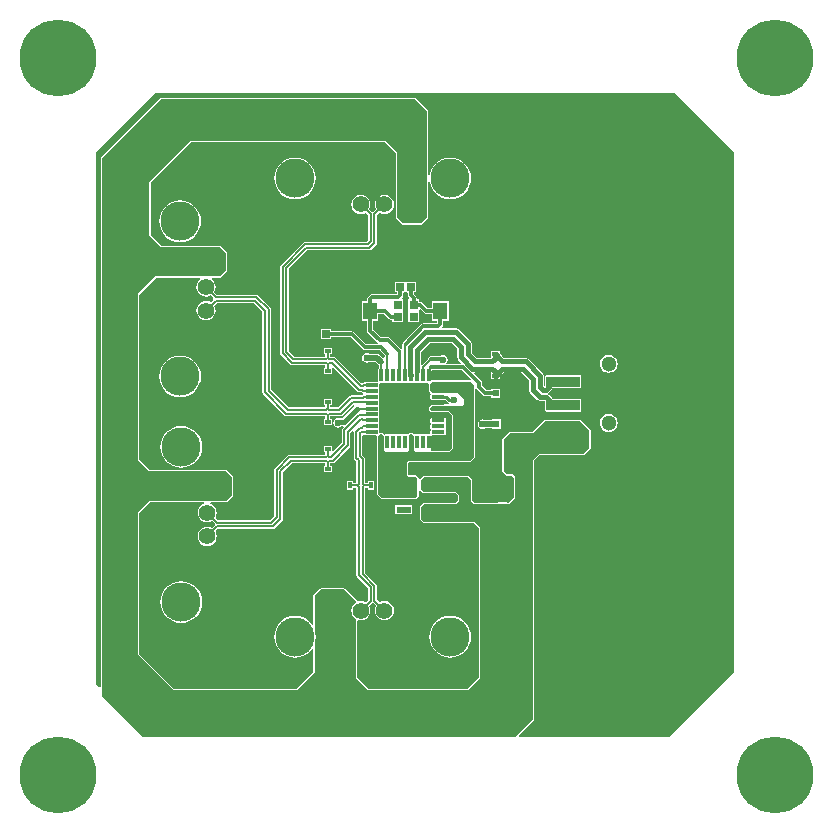
<source format=gtl>
G04*
G04 #@! TF.GenerationSoftware,Altium Limited,Altium Designer,20.2.3 (150)*
G04*
G04 Layer_Physical_Order=1*
G04 Layer_Color=255*
%FSLAX44Y44*%
%MOMM*%
G71*
G04*
G04 #@! TF.SameCoordinates,CE7551EE-2CAC-49A0-A575-A5F11EB50F32*
G04*
G04*
G04 #@! TF.FilePolarity,Positive*
G04*
G01*
G75*
%ADD10C,0.2000*%
%ADD11C,0.3000*%
%ADD14C,0.2540*%
%ADD15C,0.4000*%
%ADD18R,1.2100X0.5900*%
G04:AMPARAMS|DCode=19|XSize=0.9mm|YSize=2.8mm|CornerRadius=0.018mm|HoleSize=0mm|Usage=FLASHONLY|Rotation=90.000|XOffset=0mm|YOffset=0mm|HoleType=Round|Shape=RoundedRectangle|*
%AMROUNDEDRECTD19*
21,1,0.9000,2.7640,0,0,90.0*
21,1,0.8640,2.8000,0,0,90.0*
1,1,0.0360,1.3820,0.4320*
1,1,0.0360,1.3820,-0.4320*
1,1,0.0360,-1.3820,-0.4320*
1,1,0.0360,-1.3820,0.4320*
%
%ADD19ROUNDEDRECTD19*%
%ADD20R,5.0000X2.5000*%
G04:AMPARAMS|DCode=21|XSize=0.26mm|YSize=1.1mm|CornerRadius=0.0091mm|HoleSize=0mm|Usage=FLASHONLY|Rotation=0.000|XOffset=0mm|YOffset=0mm|HoleType=Round|Shape=RoundedRectangle|*
%AMROUNDEDRECTD21*
21,1,0.2600,1.0818,0,0,0.0*
21,1,0.2418,1.1000,0,0,0.0*
1,1,0.0182,0.1209,-0.5409*
1,1,0.0182,-0.1209,-0.5409*
1,1,0.0182,-0.1209,0.5409*
1,1,0.0182,0.1209,0.5409*
%
%ADD21ROUNDEDRECTD21*%
G04:AMPARAMS|DCode=22|XSize=0.26mm|YSize=1.1mm|CornerRadius=0.0091mm|HoleSize=0mm|Usage=FLASHONLY|Rotation=270.000|XOffset=0mm|YOffset=0mm|HoleType=Round|Shape=RoundedRectangle|*
%AMROUNDEDRECTD22*
21,1,0.2600,1.0818,0,0,270.0*
21,1,0.2418,1.1000,0,0,270.0*
1,1,0.0182,-0.5409,-0.1209*
1,1,0.0182,-0.5409,0.1209*
1,1,0.0182,0.5409,0.1209*
1,1,0.0182,0.5409,-0.1209*
%
%ADD22ROUNDEDRECTD22*%
%ADD23R,0.3000X0.5000*%
%ADD24R,0.7500X0.7000*%
%ADD25R,0.5400X0.6000*%
%ADD26R,0.5600X0.6300*%
%ADD27R,0.5400X0.6000*%
%ADD28R,0.6350X0.6350*%
%ADD29R,1.1600X1.4700*%
%ADD30R,0.6300X0.5600*%
%ADD31R,0.5000X0.3000*%
%ADD54R,3.7000X3.7000*%
%ADD55C,0.2500*%
%ADD56C,0.5000*%
%ADD57C,0.3810*%
%ADD58C,1.4080*%
%ADD59R,1.4080X1.4080*%
%ADD60C,3.3160*%
%ADD61C,1.3000*%
%ADD62R,1.4080X1.4080*%
%ADD63C,6.5000*%
%ADD64C,0.6000*%
G36*
X2200000Y960000D02*
Y520000D01*
X2145000Y465000D01*
X2018190D01*
X2017704Y466173D01*
X2030765Y479235D01*
X2031082Y480000D01*
Y699552D01*
X2035448Y703918D01*
X2072500D01*
X2073265Y704235D01*
X2073265Y704235D01*
X2078265Y709235D01*
X2078582Y710000D01*
Y725000D01*
X2078265Y725765D01*
X2078265Y725765D01*
X2070765Y733265D01*
X2070000Y733582D01*
X2040000D01*
X2039235Y733265D01*
X2039235Y733265D01*
X2029552Y723582D01*
X2010000D01*
X2010000Y723582D01*
X2009235Y723265D01*
X2004235Y718265D01*
X2003918Y717500D01*
Y690000D01*
X2003918Y690000D01*
X2004235Y689235D01*
X2006735Y686735D01*
X2007500Y686418D01*
X2012052D01*
X2013918Y684552D01*
Y667948D01*
X2009552Y663582D01*
X2008120D01*
Y663800D01*
X1999820D01*
Y663582D01*
X1980448D01*
X1978582Y665448D01*
Y682500D01*
X1978582Y682500D01*
X1978265Y683265D01*
X1975765Y685765D01*
X1975000Y686082D01*
X1937500D01*
X1937500Y686082D01*
X1936735Y685765D01*
X1934352Y683383D01*
X1933804Y683455D01*
X1933082Y683773D01*
Y684000D01*
X1932765Y684765D01*
X1932765Y684765D01*
X1931265Y686265D01*
X1930500Y686582D01*
X1924948D01*
X1924082Y687448D01*
Y697052D01*
X1924948Y697918D01*
X1976500D01*
X1977265Y698235D01*
X1980765Y701735D01*
X1981082Y702500D01*
X1981082Y759353D01*
X1982352Y759714D01*
X1982698Y759198D01*
X1987698Y754198D01*
X1988524Y753645D01*
X1989500Y753451D01*
X1994660D01*
Y752000D01*
X2002060D01*
Y760000D01*
X1994660D01*
Y758549D01*
X1990556D01*
X1987049Y762056D01*
Y764465D01*
X1986855Y765441D01*
X1986302Y766268D01*
X1979880Y772690D01*
X1980366Y773863D01*
X1987750D01*
X1987750Y773863D01*
X1993978D01*
X1994475Y773366D01*
Y771405D01*
X1994500Y771279D01*
Y768500D01*
X1996355D01*
X1996708Y768264D01*
X1997842Y768038D01*
X1998190D01*
X1999323Y768264D01*
X1999677Y768500D01*
X2001500D01*
Y770121D01*
X2005067Y773688D01*
X2019920D01*
X2026473Y767135D01*
Y758777D01*
X2026698Y757643D01*
X2027341Y756682D01*
X2033292Y750731D01*
X2034253Y750089D01*
X2035387Y749863D01*
X2039946D01*
X2040403Y749407D01*
Y741680D01*
X2040777Y740777D01*
X2041680Y740403D01*
X2069320D01*
X2070223Y740777D01*
X2070597Y741680D01*
Y750320D01*
X2070223Y751223D01*
X2069320Y751597D01*
X2046167D01*
X2046142Y751727D01*
X2045499Y752688D01*
X2043268Y754919D01*
X2042706Y755294D01*
X2042675Y755385D01*
Y756616D01*
X2042706Y756706D01*
X2043268Y757081D01*
X2045499Y759313D01*
X2046142Y760273D01*
X2046167Y760403D01*
X2069320D01*
X2070223Y760777D01*
X2070597Y761680D01*
Y770320D01*
X2070223Y771223D01*
X2069320Y771597D01*
X2041680D01*
X2040777Y771223D01*
X2040403Y770320D01*
Y762593D01*
X2039946Y762137D01*
X2039244D01*
X2038747Y762634D01*
Y770992D01*
X2038522Y772126D01*
X2037879Y773087D01*
X2025872Y785094D01*
X2024911Y785736D01*
X2023777Y785962D01*
X2005227D01*
X2003783Y787406D01*
X2003400Y787979D01*
X2001500Y789879D01*
Y791500D01*
X1999677D01*
X1999323Y791737D01*
X1998190Y791962D01*
X1997842D01*
X1996708Y791737D01*
X1996355Y791500D01*
X1994500D01*
Y788721D01*
X1994475Y788595D01*
Y786634D01*
X1993978Y786137D01*
X1990380D01*
X1990380Y786137D01*
X1982227D01*
X1977962Y790402D01*
Y797980D01*
X1977737Y799114D01*
X1977094Y800075D01*
X1966725Y810444D01*
X1965764Y811087D01*
X1964630Y811312D01*
X1953564D01*
X1953078Y812485D01*
X1953302Y812710D01*
X1953855Y813537D01*
X1954049Y814512D01*
Y817650D01*
X1958300D01*
Y834350D01*
X1944700D01*
Y828549D01*
X1940556D01*
X1936302Y832802D01*
X1935475Y833355D01*
X1934500Y833549D01*
X1933500D01*
Y835500D01*
X1931299D01*
Y836750D01*
X1931105Y837726D01*
X1930552Y838552D01*
X1928994Y840111D01*
Y842075D01*
X1930620D01*
Y850425D01*
X1923000D01*
X1922270Y850425D01*
X1921000Y850425D01*
X1913380D01*
Y842075D01*
X1915006D01*
Y840327D01*
X1914742Y840063D01*
X1893757D01*
X1892782Y839869D01*
X1891955Y839316D01*
X1890198Y837559D01*
X1889645Y836732D01*
X1889451Y835757D01*
Y834350D01*
X1885200D01*
Y817650D01*
X1889451D01*
Y808875D01*
X1889645Y807900D01*
X1890198Y807073D01*
X1898073Y799198D01*
X1898639Y798819D01*
X1898396Y797549D01*
X1888556D01*
X1878302Y807802D01*
X1877475Y808355D01*
X1876500Y808549D01*
X1858675D01*
Y810175D01*
X1850325D01*
Y801825D01*
X1858675D01*
Y803451D01*
X1875444D01*
X1885698Y793198D01*
X1886525Y792645D01*
X1887500Y792451D01*
X1899944D01*
X1904341Y788054D01*
Y786502D01*
X1903071Y785976D01*
X1900523Y788523D01*
X1899366Y789297D01*
X1898000Y789569D01*
X1890859D01*
X1890561Y789768D01*
X1889000Y790078D01*
X1887439Y789768D01*
X1886116Y788884D01*
X1885232Y787561D01*
X1884922Y786000D01*
X1885232Y784439D01*
X1886116Y783116D01*
X1887439Y782232D01*
X1889000Y781922D01*
X1890561Y782232D01*
X1890859Y782431D01*
X1896522D01*
X1898857Y780097D01*
X1899341Y779773D01*
Y777556D01*
X1899336Y777554D01*
X1898990Y776719D01*
Y766723D01*
X1898720Y765820D01*
X1897817Y765550D01*
X1887821D01*
X1886986Y765204D01*
X1886918Y765039D01*
X1886317D01*
X1886317Y765039D01*
X1885537Y764884D01*
X1884875Y764442D01*
X1883848Y765167D01*
X1862448Y786567D01*
X1861786Y787009D01*
X1861006Y787164D01*
X1858039D01*
Y789500D01*
X1859500D01*
Y794500D01*
X1852500D01*
Y789500D01*
X1853961D01*
Y787164D01*
X1841779D01*
X1841779Y787164D01*
X1827845D01*
X1823039Y791970D01*
Y861155D01*
X1838845Y876961D01*
X1891346D01*
X1892126Y877116D01*
X1892788Y877558D01*
X1897067Y881837D01*
X1897067Y881837D01*
X1897509Y882498D01*
X1897664Y883279D01*
X1897664Y883279D01*
Y906780D01*
X1899898Y909014D01*
X1899945Y908977D01*
X1901901Y908167D01*
X1904000Y907891D01*
X1906099Y908167D01*
X1908055Y908977D01*
X1909734Y910266D01*
X1911023Y911945D01*
X1911833Y913901D01*
X1912109Y916000D01*
X1911833Y918099D01*
X1911023Y920055D01*
X1909734Y921734D01*
X1908055Y923023D01*
X1906099Y923833D01*
X1904000Y924109D01*
X1901901Y923833D01*
X1899945Y923023D01*
X1898266Y921734D01*
X1896977Y920055D01*
X1896167Y918099D01*
X1895891Y916000D01*
X1896167Y913901D01*
X1896977Y911945D01*
X1897014Y911898D01*
X1894879Y909763D01*
X1894792Y909706D01*
X1893208D01*
X1893121Y909763D01*
X1890986Y911898D01*
X1891023Y911945D01*
X1891833Y913901D01*
X1892109Y916000D01*
X1891833Y918099D01*
X1891023Y920055D01*
X1889734Y921734D01*
X1888055Y923023D01*
X1886099Y923833D01*
X1884000Y924109D01*
X1881901Y923833D01*
X1879945Y923023D01*
X1878266Y921734D01*
X1876977Y920055D01*
X1876167Y918099D01*
X1875891Y916000D01*
X1876167Y913901D01*
X1876977Y911945D01*
X1878266Y910266D01*
X1879945Y908977D01*
X1881901Y908167D01*
X1884000Y907891D01*
X1886099Y908167D01*
X1888055Y908977D01*
X1888102Y909014D01*
X1890336Y906780D01*
Y885470D01*
X1889155Y884289D01*
X1836654D01*
X1836654Y884289D01*
X1835873Y884134D01*
X1835212Y883692D01*
X1816308Y864788D01*
X1815866Y864127D01*
X1815711Y863346D01*
Y789779D01*
X1815866Y788998D01*
X1816308Y788337D01*
X1824212Y780433D01*
X1824212Y780433D01*
X1824874Y779991D01*
X1825654Y779836D01*
X1843125D01*
X1843125Y779836D01*
X1853961D01*
Y777500D01*
X1852500D01*
Y772500D01*
X1859500D01*
Y777355D01*
X1860501Y778150D01*
X1881058Y757593D01*
X1881058Y757593D01*
X1881720Y757151D01*
X1882500Y756996D01*
X1882500Y756996D01*
X1884757D01*
X1884875Y756878D01*
X1884875Y756878D01*
X1885537Y756436D01*
X1886317Y756281D01*
X1886317Y756280D01*
Y755040D01*
X1886317Y755039D01*
X1885537Y754884D01*
X1884875Y754442D01*
X1884875Y754442D01*
X1884757Y754324D01*
X1876160D01*
X1875379Y754169D01*
X1874718Y753727D01*
X1874718Y753727D01*
X1865155Y744164D01*
X1858039D01*
Y746500D01*
X1859500D01*
Y751500D01*
X1852500D01*
Y746500D01*
X1853961D01*
Y744164D01*
X1839279D01*
X1839279Y744164D01*
X1822845D01*
X1808039Y758970D01*
Y827346D01*
X1808039Y827346D01*
X1807884Y828127D01*
X1807442Y828788D01*
X1807442Y828788D01*
X1797163Y839067D01*
X1796501Y839509D01*
X1795721Y839664D01*
X1762220D01*
X1759986Y841898D01*
X1760023Y841945D01*
X1760833Y843901D01*
X1761109Y846000D01*
X1760833Y848099D01*
X1760023Y850055D01*
X1758734Y851734D01*
X1757544Y852648D01*
X1757975Y853918D01*
X1765000D01*
X1765000Y853918D01*
X1765765Y854235D01*
X1770765Y859235D01*
X1771082Y860000D01*
Y875000D01*
X1771082Y875000D01*
X1770765Y875765D01*
X1765765Y880765D01*
X1765000Y881082D01*
X1715448D01*
X1706082Y890448D01*
Y934552D01*
X1740448Y968918D01*
X1904552D01*
X1913918Y959552D01*
Y905000D01*
X1913918Y905000D01*
X1914235Y904235D01*
X1919235Y899235D01*
X1920000Y898918D01*
X1935000D01*
X1935765Y899235D01*
X1935765Y899235D01*
X1940765Y904235D01*
X1941082Y905000D01*
Y934714D01*
X1942352Y934777D01*
X1942374Y934554D01*
X1943380Y931240D01*
X1945012Y928186D01*
X1947209Y925509D01*
X1949886Y923312D01*
X1952940Y921680D01*
X1956254Y920674D01*
X1959700Y920335D01*
X1963146Y920674D01*
X1966460Y921680D01*
X1969514Y923312D01*
X1972191Y925509D01*
X1974388Y928186D01*
X1976020Y931240D01*
X1977026Y934554D01*
X1977365Y938000D01*
X1977026Y941446D01*
X1976020Y944760D01*
X1974388Y947814D01*
X1972191Y950491D01*
X1969514Y952688D01*
X1966460Y954320D01*
X1963146Y955326D01*
X1959700Y955665D01*
X1956254Y955326D01*
X1952940Y954320D01*
X1949886Y952688D01*
X1947209Y950491D01*
X1945012Y947814D01*
X1943380Y944760D01*
X1942374Y941446D01*
X1942352Y941224D01*
X1941082Y941286D01*
Y995000D01*
X1940765Y995765D01*
X1940765Y995765D01*
X1930765Y1005765D01*
X1930000Y1006082D01*
X1715000D01*
X1714235Y1005765D01*
X1664235Y955765D01*
X1663918Y955000D01*
Y507742D01*
X1662744Y507256D01*
X1660000Y510000D01*
Y960000D01*
X1710000Y1010000D01*
X2150000D01*
X2200000Y960000D01*
D02*
G37*
G36*
X1940000Y995000D02*
Y905000D01*
X1935000Y900000D01*
X1920000D01*
X1915000Y905000D01*
Y960000D01*
X1905000Y970000D01*
X1740000D01*
X1705000Y935000D01*
Y890000D01*
X1715000Y880000D01*
X1765000D01*
X1770000Y875000D01*
Y860000D01*
X1765000Y855000D01*
X1710000D01*
X1695000Y840000D01*
Y700000D01*
X1705000Y690000D01*
X1770000D01*
X1775000Y685000D01*
Y670000D01*
X1770000Y665000D01*
X1705000D01*
X1695000Y655000D01*
Y535000D01*
X1725000Y505000D01*
X1830000D01*
X1845000Y520000D01*
Y544491D01*
X1845626Y546554D01*
X1845965Y550000D01*
X1845626Y553446D01*
X1845000Y555509D01*
Y585000D01*
X1850000Y590000D01*
X1870000D01*
X1879781Y580219D01*
X1879796Y580113D01*
X1879717Y578847D01*
X1878266Y577734D01*
X1876977Y576055D01*
X1876167Y574099D01*
X1875891Y572000D01*
X1876167Y569901D01*
X1876977Y567945D01*
X1878266Y566266D01*
X1879945Y564977D01*
X1880000Y564954D01*
Y515000D01*
X1890000Y505000D01*
X1975000D01*
X1985000Y515000D01*
Y642500D01*
X1980000Y647500D01*
X1937500D01*
X1935000Y650000D01*
Y660000D01*
X1937500Y662500D01*
X1965000D01*
X1967500Y665000D01*
Y670000D01*
X1965000Y672500D01*
X1937500D01*
X1935000Y675000D01*
Y682500D01*
X1935000D01*
X1937500Y685000D01*
X1975000D01*
X1977500Y682500D01*
Y665000D01*
X1980000Y662500D01*
X2010000D01*
X2015000Y667500D01*
Y685000D01*
X2012500Y687500D01*
X2007500D01*
X2005000Y690000D01*
Y717500D01*
X2010000Y722500D01*
X2030000D01*
X2040000Y732500D01*
X2070000D01*
X2077500Y725000D01*
Y710000D01*
X2072500Y705000D01*
X2035000D01*
X2030000Y700000D01*
Y480000D01*
X2015000Y465000D01*
X1700000D01*
X1665000Y500000D01*
Y955000D01*
X1715000Y1005000D01*
X1930000D01*
X1940000Y995000D01*
D02*
G37*
G36*
X1923896Y841177D02*
Y839055D01*
X1924090Y838080D01*
X1924643Y837253D01*
X1925125Y836770D01*
X1924599Y835500D01*
X1924000D01*
Y826770D01*
X1924000Y826500D01*
Y825500D01*
X1924000Y825230D01*
Y816500D01*
X1933500D01*
Y825230D01*
X1933500Y825500D01*
Y826500D01*
X1933500Y826736D01*
X1934673Y827222D01*
X1937698Y824198D01*
X1938524Y823645D01*
X1939500Y823451D01*
X1944700D01*
Y817650D01*
X1948951D01*
Y815568D01*
X1948687Y815304D01*
X1936545D01*
X1935570Y815110D01*
X1934743Y814557D01*
X1920093Y799907D01*
X1919540Y799080D01*
X1919346Y798105D01*
X1919395Y797861D01*
X1919341Y797590D01*
Y793975D01*
X1918538Y793592D01*
X1918071Y793534D01*
X1908802Y802802D01*
X1907975Y803355D01*
X1907000Y803549D01*
X1900931D01*
X1894549Y809931D01*
Y817650D01*
X1898800D01*
Y823451D01*
X1903444D01*
X1907698Y819198D01*
X1908524Y818645D01*
X1909500Y818451D01*
X1910500D01*
Y816500D01*
X1920000D01*
Y825500D01*
X1920000D01*
Y826500D01*
X1920000D01*
Y835500D01*
X1919185D01*
X1918658Y836770D01*
X1919357Y837469D01*
X1919910Y838296D01*
X1920104Y839271D01*
Y841177D01*
X1921002Y842075D01*
X1921730D01*
X1922998Y842075D01*
X1923896Y841177D01*
D02*
G37*
G36*
X1748456Y852648D02*
X1747266Y851734D01*
X1745977Y850055D01*
X1745167Y848099D01*
X1744891Y846000D01*
X1745167Y843901D01*
X1745977Y841945D01*
X1747266Y840266D01*
X1748945Y838977D01*
X1750901Y838167D01*
X1753000Y837891D01*
X1755099Y838167D01*
X1757055Y838977D01*
X1757102Y839014D01*
X1759237Y836879D01*
X1759294Y836792D01*
Y835208D01*
X1759237Y835121D01*
X1757102Y832986D01*
X1757055Y833023D01*
X1755099Y833833D01*
X1753000Y834109D01*
X1750901Y833833D01*
X1748945Y833023D01*
X1747266Y831734D01*
X1745977Y830055D01*
X1745167Y828099D01*
X1744891Y826000D01*
X1745167Y823901D01*
X1745977Y821945D01*
X1747266Y820266D01*
X1748945Y818977D01*
X1750901Y818167D01*
X1753000Y817891D01*
X1755099Y818167D01*
X1757055Y818977D01*
X1758734Y820266D01*
X1760023Y821945D01*
X1760833Y823901D01*
X1761109Y826000D01*
X1760833Y828099D01*
X1760023Y830055D01*
X1759986Y830102D01*
X1762220Y832336D01*
X1793530D01*
X1800711Y825155D01*
Y756779D01*
X1800866Y755998D01*
X1801308Y755337D01*
X1819212Y737433D01*
X1819212Y737433D01*
X1819873Y736991D01*
X1820654Y736836D01*
X1840625D01*
X1840625Y736836D01*
X1853961D01*
Y734500D01*
X1852500D01*
Y729500D01*
X1859500D01*
Y734500D01*
X1858039D01*
Y736836D01*
X1867346D01*
X1868126Y736991D01*
X1868788Y737433D01*
X1878002Y746647D01*
X1878561Y746559D01*
X1878868Y745689D01*
X1878896Y745221D01*
X1868498Y734824D01*
X1866278D01*
X1865000Y735078D01*
X1863439Y734768D01*
X1862116Y733884D01*
X1861232Y732561D01*
X1860922Y731000D01*
X1861232Y729439D01*
X1862116Y728116D01*
X1863439Y727232D01*
X1865000Y726922D01*
X1866561Y727232D01*
X1867884Y728116D01*
X1868175Y728552D01*
X1869346Y728517D01*
X1869845Y727414D01*
X1868517Y726087D01*
X1868075Y725425D01*
X1867920Y724645D01*
Y714100D01*
X1860770Y706951D01*
X1859500Y707477D01*
Y711500D01*
X1852500D01*
Y706500D01*
X1853961D01*
Y704164D01*
X1840779D01*
X1840779Y704164D01*
X1823654D01*
X1822873Y704009D01*
X1822212Y703567D01*
X1822212Y703567D01*
X1811308Y692663D01*
X1810866Y692002D01*
X1810711Y691221D01*
Y651845D01*
X1807530Y648664D01*
X1763220D01*
X1760986Y650898D01*
X1761023Y650945D01*
X1761833Y652901D01*
X1762109Y655000D01*
X1761833Y657099D01*
X1761023Y659055D01*
X1759734Y660734D01*
X1758055Y662023D01*
X1756547Y662648D01*
X1756799Y663918D01*
X1770000D01*
X1770765Y664235D01*
X1770765Y664235D01*
X1775765Y669235D01*
X1776082Y670000D01*
Y685000D01*
X1776082Y685000D01*
X1775765Y685765D01*
X1770765Y690765D01*
X1770000Y691082D01*
X1705448D01*
X1696082Y700448D01*
Y839552D01*
X1710448Y853918D01*
X1748025D01*
X1748456Y852648D01*
D02*
G37*
G36*
X1965688Y794123D02*
Y786545D01*
X1965914Y785411D01*
X1966556Y784451D01*
X1969284Y781722D01*
X1968798Y780549D01*
X1957036D01*
X1956701Y781138D01*
X1956516Y781819D01*
X1957291Y782979D01*
X1957601Y784540D01*
X1957291Y786101D01*
X1956407Y787424D01*
X1955084Y788308D01*
X1953523Y788618D01*
X1951962Y788308D01*
X1950826Y787549D01*
X1943317D01*
X1942342Y787355D01*
X1941515Y786802D01*
X1940962Y785975D01*
X1940851Y785418D01*
X1935867Y780434D01*
X1934597Y780960D01*
Y791408D01*
X1942227Y799038D01*
X1960773D01*
X1965688Y794123D01*
D02*
G37*
G36*
X1977008Y768353D02*
X1976482Y767083D01*
X1945040Y767082D01*
X1944985Y767087D01*
X1944160Y767511D01*
X1943770Y767950D01*
Y775016D01*
X1944205Y775451D01*
X1969909D01*
X1977008Y768353D01*
D02*
G37*
G36*
X1940171Y764720D02*
X1940842D01*
X1941917Y764005D01*
X1941917Y764005D01*
X1941918Y757999D01*
X1942235Y757234D01*
X1942235Y757234D01*
X1942235Y757234D01*
X1943006Y756463D01*
X1943286Y755204D01*
X1942940Y754369D01*
Y751951D01*
X1943286Y751116D01*
X1944121Y750770D01*
X1954939D01*
X1955035Y750810D01*
X1957467Y748378D01*
X1958212Y747881D01*
X1958357Y747852D01*
X1958228Y746582D01*
X1944000D01*
X1943235Y746265D01*
X1943235Y746265D01*
X1941735Y744765D01*
X1941418Y744000D01*
Y742500D01*
X1941735Y741735D01*
X1941735Y741735D01*
X1943235Y740235D01*
X1944000Y739918D01*
X1958552D01*
X1960918Y737552D01*
X1960918Y709948D01*
X1958552Y707582D01*
X1943885Y707582D01*
X1943424Y708766D01*
X1943770Y709601D01*
Y719597D01*
X1944040Y720500D01*
X1944943Y720770D01*
X1954939D01*
X1955774Y721116D01*
X1956120Y721951D01*
Y724369D01*
X1955774Y725204D01*
Y726116D01*
X1955938Y726511D01*
X1956120Y726951D01*
Y729369D01*
X1955774Y730204D01*
Y731116D01*
X1955938Y731511D01*
X1956120Y731951D01*
Y734369D01*
X1955774Y735204D01*
X1954939Y735550D01*
X1944121D01*
X1943286Y735204D01*
X1942940Y734369D01*
Y731951D01*
X1943286Y731116D01*
Y730204D01*
X1943122Y729809D01*
X1942940Y729369D01*
Y726951D01*
X1943286Y726116D01*
Y725204D01*
X1943122Y724809D01*
X1942940Y724369D01*
Y722773D01*
X1942670Y721870D01*
X1941767Y721600D01*
X1940171D01*
X1939336Y721254D01*
X1938424D01*
X1938029Y721418D01*
X1937589Y721600D01*
X1935171D01*
X1934336Y721254D01*
X1933424D01*
X1933029Y721418D01*
X1932589Y721600D01*
X1930171D01*
X1929336Y721254D01*
X1929287Y721244D01*
X1928265Y722265D01*
X1927500Y722582D01*
X1926000D01*
X1925235Y722265D01*
X1925235Y722265D01*
X1924630Y721661D01*
X1923424Y721254D01*
X1922589Y721600D01*
X1920171D01*
X1919336Y721254D01*
X1918424D01*
X1918029Y721418D01*
X1917589Y721600D01*
X1915171D01*
X1914336Y721254D01*
X1913424D01*
X1913029Y721418D01*
X1912589Y721600D01*
X1910171D01*
X1909336Y721254D01*
X1908424D01*
X1908029Y721418D01*
X1907589Y721600D01*
X1905171D01*
X1904336Y721254D01*
X1903869Y721161D01*
X1902765Y722265D01*
X1902000Y722582D01*
X1900500D01*
X1899820Y723037D01*
Y724369D01*
X1899474Y725204D01*
Y726116D01*
X1899474Y726116D01*
X1899820Y726951D01*
Y729369D01*
X1899474Y730204D01*
Y731116D01*
X1899638Y731511D01*
X1899820Y731951D01*
Y734369D01*
X1899474Y735204D01*
Y736116D01*
X1899474Y736116D01*
X1899820Y736951D01*
Y739369D01*
X1899474Y740204D01*
Y741116D01*
X1899638Y741511D01*
X1899820Y741951D01*
Y744369D01*
X1899474Y745204D01*
Y746116D01*
X1899638Y746511D01*
X1899820Y746951D01*
Y749369D01*
X1899474Y750204D01*
Y751116D01*
X1899474Y751116D01*
X1899820Y751951D01*
Y754369D01*
X1899474Y755204D01*
Y756116D01*
X1899638Y756511D01*
X1899820Y756951D01*
Y759369D01*
X1899474Y760204D01*
Y761116D01*
X1899474Y761116D01*
X1899820Y761951D01*
Y763547D01*
X1900090Y764450D01*
X1900993Y764720D01*
X1902589D01*
X1903424Y765066D01*
X1904336D01*
X1904336Y765066D01*
X1905171Y764720D01*
X1907589D01*
X1908424Y765066D01*
X1909336D01*
X1909731Y764902D01*
X1910171Y764720D01*
X1912589D01*
X1913424Y765066D01*
X1914336D01*
X1914731Y764902D01*
X1915171Y764720D01*
X1917589D01*
X1918424Y765066D01*
X1919336D01*
X1919731Y764902D01*
X1920171Y764720D01*
X1922589D01*
X1923424Y765066D01*
X1924336D01*
X1924336Y765066D01*
X1925171Y764720D01*
X1927589D01*
X1928424Y765066D01*
X1929336D01*
X1929336Y765066D01*
X1930171Y764720D01*
X1932589D01*
X1933424Y765066D01*
X1934336D01*
X1934336Y765066D01*
X1935171Y764720D01*
X1937589D01*
X1938424Y765066D01*
X1939336D01*
X1939336Y765066D01*
X1940171Y764720D01*
D02*
G37*
G36*
X1980000Y763500D02*
X1980000Y702500D01*
X1976500Y699000D01*
X1924500D01*
X1923000Y697500D01*
Y687000D01*
X1924500Y685500D01*
X1930500D01*
X1932000Y684000D01*
Y669000D01*
X1930500Y667500D01*
X1902000D01*
X1899000Y670500D01*
Y720000D01*
X1900500Y721500D01*
X1902000D01*
X1903500Y720000D01*
Y708000D01*
X1905000Y706500D01*
X1923000D01*
X1924500Y708000D01*
Y720000D01*
X1926000Y721500D01*
X1927500D01*
X1928990Y720010D01*
Y709601D01*
X1929000Y709577D01*
Y708000D01*
X1930500Y706500D01*
X1959000Y706500D01*
X1962000Y709500D01*
X1962000Y738000D01*
X1959000Y741000D01*
X1944000D01*
X1942500Y742500D01*
Y744000D01*
X1944000Y745500D01*
X1969500D01*
X1971000Y747000D01*
Y751500D01*
X1966500Y756000D01*
X1945000Y756000D01*
X1943000Y758000D01*
X1943000Y764005D01*
X1944994Y766000D01*
X1977500Y766000D01*
X1980000Y763500D01*
D02*
G37*
G36*
X1877275Y723847D02*
X1877993Y723403D01*
Y701628D01*
X1878148Y700847D01*
X1878590Y700186D01*
X1880336Y698440D01*
Y680039D01*
X1877500D01*
Y681500D01*
X1872500D01*
Y674500D01*
X1877500D01*
Y675961D01*
X1880336D01*
Y601875D01*
X1880491Y601095D01*
X1880933Y600433D01*
X1890336Y591030D01*
Y581220D01*
X1888102Y578986D01*
X1888055Y579023D01*
X1886099Y579833D01*
X1884000Y580109D01*
X1882137Y579864D01*
X1881929Y579894D01*
X1881918Y579897D01*
X1881473Y580051D01*
X1880853Y580366D01*
X1880694Y580639D01*
X1880666Y580696D01*
X1880547Y580984D01*
X1870765Y590765D01*
X1870000Y591082D01*
X1850000D01*
X1849235Y590765D01*
X1849235Y590765D01*
X1844235Y585765D01*
X1843918Y585000D01*
Y560683D01*
X1842648Y560229D01*
X1840791Y562491D01*
X1838114Y564688D01*
X1835060Y566320D01*
X1831746Y567326D01*
X1828300Y567665D01*
X1824854Y567326D01*
X1821540Y566320D01*
X1818486Y564688D01*
X1815809Y562491D01*
X1813612Y559814D01*
X1811980Y556760D01*
X1810974Y553446D01*
X1810635Y550000D01*
X1810974Y546554D01*
X1811980Y543240D01*
X1813612Y540186D01*
X1815809Y537509D01*
X1818486Y535312D01*
X1821540Y533680D01*
X1824854Y532674D01*
X1828300Y532335D01*
X1831746Y532674D01*
X1835060Y533680D01*
X1838114Y535312D01*
X1840791Y537509D01*
X1842648Y539771D01*
X1843918Y539317D01*
Y520448D01*
X1829552Y506082D01*
X1725448D01*
X1696082Y535448D01*
Y654552D01*
X1705448Y663918D01*
X1751201D01*
X1751453Y662648D01*
X1749945Y662023D01*
X1748266Y660734D01*
X1746977Y659055D01*
X1746167Y657099D01*
X1745891Y655000D01*
X1746167Y652901D01*
X1746977Y650945D01*
X1748266Y649266D01*
X1749945Y647977D01*
X1751901Y647167D01*
X1754000Y646891D01*
X1756099Y647167D01*
X1758055Y647977D01*
X1758102Y648014D01*
X1760237Y645879D01*
X1760294Y645792D01*
Y644208D01*
X1760237Y644121D01*
X1758102Y641986D01*
X1758055Y642023D01*
X1756099Y642833D01*
X1754000Y643109D01*
X1751901Y642833D01*
X1749945Y642023D01*
X1748266Y640734D01*
X1746977Y639055D01*
X1746167Y637099D01*
X1745891Y635000D01*
X1746167Y632901D01*
X1746977Y630945D01*
X1748266Y629266D01*
X1749945Y627977D01*
X1751901Y627167D01*
X1754000Y626891D01*
X1756099Y627167D01*
X1758055Y627977D01*
X1759734Y629266D01*
X1761023Y630945D01*
X1761833Y632901D01*
X1762109Y635000D01*
X1761833Y637099D01*
X1761023Y639055D01*
X1760986Y639102D01*
X1763220Y641336D01*
X1809721D01*
X1810502Y641491D01*
X1811163Y641933D01*
X1817442Y648212D01*
X1817442Y648212D01*
X1817884Y648874D01*
X1818039Y649654D01*
X1818039Y649654D01*
Y689030D01*
X1825845Y696836D01*
X1842125D01*
X1842125Y696836D01*
X1853961D01*
Y694500D01*
X1852500D01*
Y689500D01*
X1859500D01*
Y694500D01*
X1858039D01*
Y696836D01*
X1860175D01*
X1860955Y696991D01*
X1861617Y697433D01*
X1874651Y710467D01*
X1875093Y711129D01*
X1875248Y711909D01*
Y722454D01*
X1876748Y723954D01*
X1877275Y723847D01*
D02*
G37*
G36*
X1887821Y720770D02*
X1896862D01*
X1897918Y720000D01*
Y670500D01*
X1897917Y670500D01*
X1898235Y669735D01*
X1898235Y669735D01*
X1901235Y666735D01*
X1902000Y666418D01*
X1930500D01*
X1931265Y666735D01*
X1931265Y666735D01*
X1932765Y668235D01*
X1933082Y669000D01*
Y673727D01*
X1933803Y674045D01*
X1934352Y674117D01*
X1936735Y671735D01*
X1937500Y671418D01*
X1964552D01*
X1966418Y669552D01*
Y665448D01*
X1964552Y663582D01*
X1937500D01*
X1936735Y663265D01*
X1936735Y663265D01*
X1934235Y660765D01*
X1933918Y660000D01*
Y650000D01*
X1933918Y650000D01*
X1934235Y649235D01*
X1936735Y646735D01*
X1937500Y646418D01*
X1979552D01*
X1983918Y642052D01*
Y515448D01*
X1974552Y506082D01*
X1890448D01*
X1881082Y515448D01*
Y563285D01*
X1882352Y564108D01*
X1884000Y563891D01*
X1886099Y564167D01*
X1888055Y564977D01*
X1889734Y566266D01*
X1891023Y567945D01*
X1891833Y569901D01*
X1892109Y572000D01*
X1891833Y574099D01*
X1891023Y576055D01*
X1890986Y576102D01*
X1893121Y578237D01*
X1894000Y578813D01*
X1894879Y578237D01*
X1897014Y576102D01*
X1896977Y576055D01*
X1896167Y574099D01*
X1895891Y572000D01*
X1896167Y569901D01*
X1896977Y567945D01*
X1898266Y566266D01*
X1899945Y564977D01*
X1901901Y564167D01*
X1904000Y563891D01*
X1906099Y564167D01*
X1908055Y564977D01*
X1909734Y566266D01*
X1911023Y567945D01*
X1911833Y569901D01*
X1912109Y572000D01*
X1911833Y574099D01*
X1911023Y576055D01*
X1909734Y577734D01*
X1908055Y579023D01*
X1906099Y579833D01*
X1904000Y580109D01*
X1901901Y579833D01*
X1899945Y579023D01*
X1899898Y578986D01*
X1897664Y581220D01*
Y593221D01*
X1897509Y594002D01*
X1897067Y594663D01*
X1897067Y594663D01*
X1887664Y604066D01*
Y675961D01*
X1890500D01*
Y674500D01*
X1895500D01*
Y681500D01*
X1890500D01*
Y680039D01*
X1887664D01*
Y700631D01*
X1887664Y700631D01*
X1887509Y701411D01*
X1887067Y702073D01*
X1885321Y703819D01*
Y720184D01*
X1885786Y720695D01*
X1886986Y721116D01*
X1887821Y720770D01*
D02*
G37*
%LPC*%
G36*
X1828300Y955665D02*
X1824854Y955326D01*
X1821540Y954320D01*
X1818486Y952688D01*
X1815809Y950491D01*
X1813612Y947814D01*
X1811980Y944760D01*
X1810974Y941446D01*
X1810635Y938000D01*
X1810974Y934554D01*
X1811980Y931240D01*
X1813612Y928186D01*
X1815809Y925509D01*
X1818486Y923312D01*
X1821540Y921680D01*
X1824854Y920674D01*
X1828300Y920335D01*
X1831746Y920674D01*
X1835060Y921680D01*
X1838114Y923312D01*
X1840791Y925509D01*
X1842988Y928186D01*
X1844620Y931240D01*
X1845626Y934554D01*
X1845965Y938000D01*
X1845626Y941446D01*
X1844620Y944760D01*
X1842988Y947814D01*
X1840791Y950491D01*
X1838114Y952688D01*
X1835060Y954320D01*
X1831746Y955326D01*
X1828300Y955665D01*
D02*
G37*
G36*
X1731000Y919365D02*
X1727554Y919026D01*
X1724240Y918020D01*
X1721186Y916388D01*
X1718509Y914191D01*
X1716312Y911514D01*
X1714680Y908460D01*
X1713674Y905146D01*
X1713335Y901700D01*
X1713674Y898254D01*
X1714680Y894940D01*
X1716312Y891886D01*
X1718509Y889209D01*
X1721186Y887012D01*
X1724240Y885380D01*
X1727554Y884374D01*
X1731000Y884035D01*
X1734446Y884374D01*
X1737760Y885380D01*
X1740814Y887012D01*
X1743491Y889209D01*
X1745688Y891886D01*
X1747320Y894940D01*
X1748326Y898254D01*
X1748665Y901700D01*
X1748326Y905146D01*
X1747320Y908460D01*
X1745688Y911514D01*
X1743491Y914191D01*
X1740814Y916388D01*
X1737760Y918020D01*
X1734446Y919026D01*
X1731000Y919365D01*
D02*
G37*
G36*
X2094000Y788565D02*
X2092042Y788307D01*
X2090218Y787551D01*
X2088651Y786349D01*
X2087449Y784782D01*
X2086693Y782958D01*
X2086435Y781000D01*
X2086693Y779042D01*
X2087449Y777218D01*
X2088651Y775651D01*
X2090218Y774449D01*
X2092042Y773693D01*
X2094000Y773435D01*
X2095958Y773693D01*
X2097782Y774449D01*
X2099349Y775651D01*
X2100551Y777218D01*
X2101307Y779042D01*
X2101565Y781000D01*
X2101307Y782958D01*
X2100551Y784782D01*
X2099349Y786349D01*
X2097782Y787551D01*
X2095958Y788307D01*
X2094000Y788565D01*
D02*
G37*
G36*
X1987000Y734078D02*
X1985439Y733768D01*
X1984116Y732884D01*
X1983232Y731561D01*
X1982922Y730000D01*
X1983232Y728439D01*
X1984116Y727116D01*
X1985439Y726232D01*
X1987000Y725922D01*
X1988561Y726232D01*
X1988859Y726431D01*
X1994980D01*
Y726000D01*
X2002380D01*
Y734000D01*
X1994980D01*
Y733569D01*
X1988859D01*
X1988561Y733768D01*
X1987000Y734078D01*
D02*
G37*
G36*
X2094000Y738565D02*
X2092042Y738307D01*
X2090218Y737551D01*
X2088651Y736349D01*
X2087449Y734782D01*
X2086693Y732958D01*
X2086435Y731000D01*
X2086693Y729042D01*
X2087449Y727218D01*
X2088651Y725651D01*
X2090218Y724449D01*
X2092042Y723693D01*
X2094000Y723435D01*
X2095958Y723693D01*
X2097782Y724449D01*
X2099349Y725651D01*
X2100551Y727218D01*
X2101307Y729042D01*
X2101565Y731000D01*
X2101307Y732958D01*
X2100551Y734782D01*
X2099349Y736349D01*
X2097782Y737551D01*
X2095958Y738307D01*
X2094000Y738565D01*
D02*
G37*
G36*
X1731000Y787965D02*
X1727554Y787626D01*
X1724240Y786620D01*
X1721186Y784988D01*
X1718509Y782791D01*
X1716312Y780114D01*
X1714680Y777060D01*
X1713674Y773746D01*
X1713335Y770300D01*
X1713674Y766854D01*
X1714680Y763540D01*
X1716312Y760486D01*
X1718509Y757809D01*
X1721186Y755612D01*
X1724240Y753980D01*
X1727554Y752974D01*
X1731000Y752635D01*
X1734446Y752974D01*
X1737760Y753980D01*
X1740814Y755612D01*
X1743491Y757809D01*
X1745688Y760486D01*
X1747320Y763540D01*
X1748326Y766854D01*
X1748665Y770300D01*
X1748326Y773746D01*
X1747320Y777060D01*
X1745688Y780114D01*
X1743491Y782791D01*
X1740814Y784988D01*
X1737760Y786620D01*
X1734446Y787626D01*
X1731000Y787965D01*
D02*
G37*
G36*
X1732000Y728365D02*
X1728554Y728026D01*
X1725240Y727020D01*
X1722186Y725388D01*
X1719509Y723191D01*
X1717312Y720514D01*
X1715680Y717460D01*
X1714674Y714146D01*
X1714335Y710700D01*
X1714674Y707254D01*
X1715680Y703940D01*
X1717312Y700886D01*
X1719509Y698209D01*
X1722186Y696012D01*
X1725240Y694380D01*
X1728554Y693374D01*
X1732000Y693035D01*
X1735446Y693374D01*
X1738760Y694380D01*
X1741814Y696012D01*
X1744491Y698209D01*
X1746688Y700886D01*
X1748320Y703940D01*
X1749326Y707254D01*
X1749665Y710700D01*
X1749326Y714146D01*
X1748320Y717460D01*
X1746688Y720514D01*
X1744491Y723191D01*
X1741814Y725388D01*
X1738760Y727020D01*
X1735446Y728026D01*
X1732000Y728365D01*
D02*
G37*
G36*
Y596965D02*
X1728554Y596626D01*
X1725240Y595620D01*
X1722186Y593988D01*
X1719509Y591791D01*
X1717312Y589114D01*
X1715680Y586060D01*
X1714674Y582746D01*
X1714335Y579300D01*
X1714674Y575854D01*
X1715680Y572540D01*
X1717312Y569486D01*
X1719509Y566809D01*
X1722186Y564612D01*
X1725240Y562980D01*
X1728554Y561974D01*
X1732000Y561635D01*
X1735446Y561974D01*
X1738760Y562980D01*
X1741814Y564612D01*
X1744491Y566809D01*
X1746688Y569486D01*
X1748320Y572540D01*
X1749326Y575854D01*
X1749665Y579300D01*
X1749326Y582746D01*
X1748320Y586060D01*
X1746688Y589114D01*
X1744491Y591791D01*
X1741814Y593988D01*
X1738760Y595620D01*
X1735446Y596626D01*
X1732000Y596965D01*
D02*
G37*
G36*
X1927260Y661410D02*
X1913160D01*
Y653510D01*
X1927260D01*
Y661410D01*
D02*
G37*
G36*
X1959700Y567665D02*
X1956254Y567326D01*
X1952940Y566320D01*
X1949886Y564688D01*
X1947209Y562491D01*
X1945012Y559814D01*
X1943380Y556760D01*
X1942374Y553446D01*
X1942035Y550000D01*
X1942374Y546554D01*
X1943380Y543240D01*
X1945012Y540186D01*
X1947209Y537509D01*
X1949886Y535312D01*
X1952940Y533680D01*
X1956254Y532674D01*
X1959700Y532335D01*
X1963146Y532674D01*
X1966460Y533680D01*
X1969514Y535312D01*
X1972191Y537509D01*
X1974388Y540186D01*
X1976020Y543240D01*
X1977026Y546554D01*
X1977365Y550000D01*
X1977026Y553446D01*
X1976020Y556760D01*
X1974388Y559814D01*
X1972191Y562491D01*
X1969514Y564688D01*
X1966460Y566320D01*
X1963146Y567326D01*
X1959700Y567665D01*
D02*
G37*
%LPD*%
D10*
X1856000Y743297D02*
Y749000D01*
X1877506Y749035D02*
X1885602D01*
X1886317Y748320D01*
X1893070D02*
X1893230Y748160D01*
X1886317Y748320D02*
X1893070D01*
X1867346Y738875D02*
X1877506Y749035D01*
X1866000Y742125D02*
X1876160Y752285D01*
X1754000Y635000D02*
X1762375Y643375D01*
X1753000Y846000D02*
X1761375Y837625D01*
X1812750Y691221D02*
X1823654Y702125D01*
X1817750Y789779D02*
X1825654Y781875D01*
X1842125Y698875D02*
X1842125Y698875D01*
X1840779Y702125D02*
X1840779Y702125D01*
X1840625Y738875D02*
X1840625Y738875D01*
X1839279Y742125D02*
X1839279Y742125D01*
X1843125Y781875D02*
X1843125Y781875D01*
X1841779Y785125D02*
X1841779Y785125D01*
X1854828Y698875D02*
X1856000Y697703D01*
Y692000D02*
Y697703D01*
X1854828Y702125D02*
X1856000Y703297D01*
X1857172Y702125D01*
X1858828D01*
X1857172Y698875D02*
X1860175D01*
X1856000Y697703D02*
X1857172Y698875D01*
X1869959Y713255D02*
Y724645D01*
X1854828Y738875D02*
X1856000Y737703D01*
Y732000D02*
Y737703D01*
X1854828Y742125D02*
X1856000Y743297D01*
Y737703D02*
X1857172Y738875D01*
X1867346D01*
X1857172Y742125D02*
X1866000D01*
X1856000Y743297D02*
X1857172Y742125D01*
X1854828Y781875D02*
X1856000Y780704D01*
X1857172Y781875D01*
X1856000Y775000D02*
Y780704D01*
X1857172Y781875D02*
X1859660D01*
X1854828Y785125D02*
X1856000Y786297D01*
X1857172Y785125D01*
X1861006D01*
X1885625Y676828D02*
X1886797Y678000D01*
X1875000D02*
X1881203D01*
X1882375Y676828D01*
X1881203Y678000D02*
X1882375Y679172D01*
X1885625D02*
X1886797Y678000D01*
X1880032Y701628D02*
X1882375Y699285D01*
X1883282Y702974D02*
X1885625Y700631D01*
X1880032Y723701D02*
X1883107Y726777D01*
X1885094D01*
X1886317Y728000D01*
X1873209Y711909D02*
Y723299D01*
X1883282Y722355D02*
X1884453Y723527D01*
X1886110D01*
X1886317Y723320D01*
X1882599Y737285D02*
X1885602D01*
X1886317Y738000D01*
X1885602Y734035D02*
X1886317Y733320D01*
X1883945Y734035D02*
X1885602D01*
Y752285D02*
X1886317Y753000D01*
X1876160Y752285D02*
X1885602D01*
X1882500Y759035D02*
X1885602D01*
X1886317Y758320D01*
X1883846Y762285D02*
X1885602D01*
X1886317Y763000D01*
X1895625Y580375D02*
X1904000Y572000D01*
X1893070Y728000D02*
X1893230Y728160D01*
X1893070Y723320D02*
X1893230Y723160D01*
X1893070Y738000D02*
X1893230Y738160D01*
X1893070Y733320D02*
X1893230Y733160D01*
X1893070Y753000D02*
X1893230Y753160D01*
X1893070Y758320D02*
X1893230Y758160D01*
X1893070Y763000D02*
X1893230Y763160D01*
X1921380Y797590D02*
X1921895Y798105D01*
X1945310Y666960D02*
X1945330Y666980D01*
X1941380Y775510D02*
X1943870Y778000D01*
X1936680Y778363D02*
X1943317Y785000D01*
X1959980Y666980D02*
X1960000Y667000D01*
X1999900Y697000D02*
X1999940Y697040D01*
X1999850Y712000D02*
X1999890Y712040D01*
X1754000Y655000D02*
X1762375Y646625D01*
X1753000Y826000D02*
X1761375Y834375D01*
X1794375D02*
X1802750Y826000D01*
X1795721Y837625D02*
X1806000Y827346D01*
X1812750Y651000D02*
Y691221D01*
X1816000Y649654D02*
Y689875D01*
X1825000Y698875D01*
X1821000Y791125D02*
X1827000Y785125D01*
X1856000Y703297D02*
Y709000D01*
X1858828Y702125D02*
X1869959Y713255D01*
X1856000Y786297D02*
Y792000D01*
X1882375Y679172D02*
Y699285D01*
X1885625Y679172D02*
Y700631D01*
X1873209Y723299D02*
X1883945Y734035D01*
X1895625Y580375D02*
Y593221D01*
X1906380Y771630D02*
Y789620D01*
X1901380Y771310D02*
Y782620D01*
X1906220Y771470D02*
X1906380Y771630D01*
X1895625Y907625D02*
X1904000Y916000D01*
X1921380Y771310D02*
Y797590D01*
X1941380Y771310D02*
Y775510D01*
X1936680Y771610D02*
Y778363D01*
X1936380Y771310D02*
X1936680Y771610D01*
X2003970Y668700D02*
X2004240Y668970D01*
X1806000Y758125D02*
Y827346D01*
X1802750Y756779D02*
Y826000D01*
X1885625Y603221D02*
Y676828D01*
X1882375Y601875D02*
Y676828D01*
X1880032Y701628D02*
Y723701D01*
X1883282Y702974D02*
Y722355D01*
X1895625Y883279D02*
Y907625D01*
X1817750Y789779D02*
Y863346D01*
X1821000Y791125D02*
Y862000D01*
X1761375Y834375D02*
X1794375D01*
X1761375Y837625D02*
X1795721D01*
X1842125Y698875D02*
X1854828D01*
X1840779Y702125D02*
X1854828D01*
X1825000Y698875D02*
X1842125D01*
X1823654Y702125D02*
X1840779D01*
X1839279Y742125D02*
X1854828D01*
X1840625Y738875D02*
X1854828D01*
X1822000Y742125D02*
X1839279D01*
X1820654Y738875D02*
X1840625D01*
X1825654Y781875D02*
X1843125D01*
X1843125Y781875D02*
X1854828D01*
X1827000Y785125D02*
X1841779D01*
X1841779Y785125D02*
X1854828D01*
X1884000Y572000D02*
X1892375Y580375D01*
X1885625Y603221D02*
X1895625Y593221D01*
X1882375Y601875D02*
X1892375Y591875D01*
X1886797Y678000D02*
X1893000D01*
X1886317Y728000D02*
X1893070D01*
X1886317Y723320D02*
X1893070D01*
X1886317Y738000D02*
X1893070D01*
X1886317Y733320D02*
X1893070D01*
X1886317Y753000D02*
X1893070D01*
X1886317Y758320D02*
X1893070D01*
X1886317Y763000D02*
X1893070D01*
X1952823Y785000D02*
X1953283Y784540D01*
X1953523D01*
X1891346Y879000D02*
X1895625Y883279D01*
X1890000Y882250D02*
X1892375Y884625D01*
X1860175Y698875D02*
X1873209Y711909D01*
X1808375Y646625D02*
X1812750Y651000D01*
X1809721Y643375D02*
X1816000Y649654D01*
X1806000Y758125D02*
X1822000Y742125D01*
X1802750Y756779D02*
X1820654Y738875D01*
X1821000Y862000D02*
X1838000Y879000D01*
X1892375Y580375D02*
Y591875D01*
X1892375Y884625D02*
Y907625D01*
X1884000Y916000D02*
X1892375Y907625D01*
X1817750Y863346D02*
X1836654Y882250D01*
X1762375Y646625D02*
X1808375D01*
X1762375Y643375D02*
X1809721D01*
X1881160Y743160D02*
X1893230D01*
X1836654Y882250D02*
X1890000D01*
X1838000Y879000D02*
X1891346D01*
X1859660Y781875D02*
X1882500Y759035D01*
X1861006Y785125D02*
X1883846Y762285D01*
X1869959Y724645D02*
X1882599Y737285D01*
D11*
X1834000Y749000D02*
X1846000D01*
X1833000Y692000D02*
X1846000D01*
X1834000Y732000D02*
X1846000D01*
X1832936Y774000D02*
X1833936Y775000D01*
X1846000D01*
X1876500Y806000D02*
X1887500Y795000D01*
X1899875Y801000D02*
X1907000D01*
X1904500Y826000D02*
X1909500Y821000D01*
X1926445Y839055D02*
X1928750Y836750D01*
X1926445Y839055D02*
Y846250D01*
X1917555Y839271D02*
Y846250D01*
X1915798Y837514D02*
X1917555Y839271D01*
X1984500Y761000D02*
X1989500Y756000D01*
X1984500Y761000D02*
Y764465D01*
X1833000Y709000D02*
X1846000D01*
X1832000Y792000D02*
X1846000D01*
X1875000Y652936D02*
Y668000D01*
X1893000Y651000D02*
Y668000D01*
X1901000Y795000D02*
X1906380Y789620D01*
X1928750Y831000D02*
Y836750D01*
X1934500Y831000D02*
X1939500Y826000D01*
X1936545Y812755D02*
X1949743D01*
X2009500Y770500D02*
X2011554Y768446D01*
X2008000Y771000D02*
X2008500Y770500D01*
X2009500D01*
X1854500Y806000D02*
X1876500D01*
X1943317Y785000D02*
X1952823D01*
X1892000Y808875D02*
X1899875Y801000D01*
X1887500Y795000D02*
X1901000D01*
X1939500Y826000D02*
X1951500D01*
Y814512D02*
Y826000D01*
X1892000D02*
X1904500D01*
X1909500Y821000D02*
X1915250D01*
X1892000Y826000D02*
X1892000Y826000D01*
X1893757Y837514D02*
X1915798D01*
X1892000Y835757D02*
X1893757Y837514D01*
X2011554Y768446D02*
X2021000D01*
X1989500Y756000D02*
X1998360D01*
X2007000D02*
X2021000D01*
X2008000Y789000D02*
X2021000D01*
X1892000Y808875D02*
Y826000D01*
X1892000Y826000D02*
Y835757D01*
X1949743Y812755D02*
X1951500Y814512D01*
X1928750Y831000D02*
X1934500D01*
X1970965Y778000D02*
X1984500Y764465D01*
X1921895Y798105D02*
X1936545Y812755D01*
X1907000Y801000D02*
X1916380Y791620D01*
X1943870Y778000D02*
X1970965D01*
D14*
X1921380Y743160D02*
X1926380Y748160D01*
X1949530D01*
X1832000Y774000D02*
X1832936D01*
X1874000Y651000D02*
Y651936D01*
X1875000Y652936D01*
X1921380Y743160D02*
X1926380Y738160D01*
X1915250Y821000D02*
X1915250Y821000D01*
X1916380Y771310D02*
Y791620D01*
X1926380Y738160D02*
X1949530D01*
D15*
X1865765Y731765D02*
X1869765D01*
X1865000Y731000D02*
X1865765Y731765D01*
X1869765D02*
X1881160Y743160D01*
D18*
X1945310Y657460D02*
D03*
Y666960D02*
D03*
Y676460D02*
D03*
X1920210D02*
D03*
Y657460D02*
D03*
D19*
X2055500Y791000D02*
D03*
Y746000D02*
D03*
Y721000D02*
D03*
Y766000D02*
D03*
D20*
X2078000Y683500D02*
D03*
Y828500D02*
D03*
D21*
X1901380Y771310D02*
D03*
Y715010D02*
D03*
X1906380Y771310D02*
D03*
X1911380D02*
D03*
X1916380D02*
D03*
X1921380D02*
D03*
X1926380D02*
D03*
X1931380D02*
D03*
X1936380D02*
D03*
X1941380D02*
D03*
Y715010D02*
D03*
X1936380D02*
D03*
X1931380D02*
D03*
X1926380D02*
D03*
X1921380D02*
D03*
X1916380D02*
D03*
X1911380D02*
D03*
X1906380D02*
D03*
D22*
X1949530Y763160D02*
D03*
Y758160D02*
D03*
Y753160D02*
D03*
Y748160D02*
D03*
Y743160D02*
D03*
Y738160D02*
D03*
Y733160D02*
D03*
Y728160D02*
D03*
Y723160D02*
D03*
X1893230D02*
D03*
Y728160D02*
D03*
Y733160D02*
D03*
Y738160D02*
D03*
Y743160D02*
D03*
Y748160D02*
D03*
Y753160D02*
D03*
Y758160D02*
D03*
Y763160D02*
D03*
D23*
X1893000Y678000D02*
D03*
Y668000D02*
D03*
X1875000Y678000D02*
D03*
Y668000D02*
D03*
D24*
X1928750Y821000D02*
D03*
X1915250D02*
D03*
Y831000D02*
D03*
X1928750D02*
D03*
D25*
X1998680Y730000D02*
D03*
X2007320D02*
D03*
X1998360Y756000D02*
D03*
X2007000D02*
D03*
D26*
X1999890Y712040D02*
D03*
X2008590D02*
D03*
D27*
X1999940Y697040D02*
D03*
X2008540D02*
D03*
X1927060Y691960D02*
D03*
X1918460D02*
D03*
D28*
X1854500Y806000D02*
D03*
X1845610D02*
D03*
X1926445Y846250D02*
D03*
X1917555D02*
D03*
D29*
X1892000Y826000D02*
D03*
X1874500D02*
D03*
X1951500D02*
D03*
X1969000D02*
D03*
D30*
X2003970Y668700D02*
D03*
Y660000D02*
D03*
X1988000Y668350D02*
D03*
Y659650D02*
D03*
D31*
X1998000Y771000D02*
D03*
X2008000D02*
D03*
X1998000Y789000D02*
D03*
X2008000D02*
D03*
X1856000Y792000D02*
D03*
X1846000D02*
D03*
X1856000Y775000D02*
D03*
X1846000D02*
D03*
X1856000Y749000D02*
D03*
X1846000D02*
D03*
X1856000Y732000D02*
D03*
X1846000D02*
D03*
X1856000Y709000D02*
D03*
X1846000D02*
D03*
X1856000Y692000D02*
D03*
X1846000D02*
D03*
D54*
X1921380Y743160D02*
D03*
D55*
X1949530Y753160D02*
X1949580Y753110D01*
X1955979D01*
X1959090Y750000D01*
X1963000D01*
D56*
X1834055Y806000D02*
X1845610D01*
X1898000Y786000D02*
X1901380Y782620D01*
X1988000Y668350D02*
Y681000D01*
X2004240Y668970D02*
Y681040D01*
X1889000Y786000D02*
X1898000D01*
X1987000Y697000D02*
X1999900D01*
X1945330Y666980D02*
X1959980D01*
X1927060Y691960D02*
X1938760D01*
X1987000Y712000D02*
X1999850D01*
X2007320Y730000D02*
X2021000D01*
X1987000D02*
X1998680D01*
X2034000Y791000D02*
X2055500D01*
D57*
X1925285Y778026D02*
X1925775Y777536D01*
X1964630Y808350D02*
X1966490Y806490D01*
X1962000Y802000D02*
X1968650Y795350D01*
X1966490Y806490D02*
Y806490D01*
X1975000Y789175D02*
X1981000Y783175D01*
X1987750Y776825D02*
X1987750Y776825D01*
X1978370Y776825D02*
X1987750D01*
X1990380Y783175D02*
X1990380Y783175D01*
X1981000Y783175D02*
X1990380D01*
X1995205Y776825D02*
X1997437Y774593D01*
X1995205Y783175D02*
X1997437Y785407D01*
Y788595D02*
X1997842Y789000D01*
X1997437Y785407D02*
Y788595D01*
X1997842Y789000D02*
X1998000D01*
X1998190D01*
X2001306Y785884D01*
Y785694D02*
X2004000Y783000D01*
X2001306Y785694D02*
Y785884D01*
X2029435Y758777D02*
Y768362D01*
X2035785Y761407D02*
X2038017Y759175D01*
X2043405Y763405D02*
X2046000Y766000D01*
X2038017Y759175D02*
X2041173D01*
X2043405Y761407D01*
Y763405D01*
X1925285Y778026D02*
Y795265D01*
X1925775Y771915D02*
Y777536D01*
Y771915D02*
X1926380Y771310D01*
X1968650Y786545D02*
Y795350D01*
X1975000Y789175D02*
Y797980D01*
X1997842Y771000D02*
X1998000D01*
X1998190D01*
X1997437Y771405D02*
Y774593D01*
Y771405D02*
X1997842Y771000D01*
X1998190D02*
X2003840Y776650D01*
X2021147D02*
X2029435Y768362D01*
X2035785Y761407D02*
Y770992D01*
X2043405Y748595D02*
Y750593D01*
Y748595D02*
X2046000Y746000D01*
X2041173Y752825D02*
X2043405Y750593D01*
X1931380Y774905D02*
Y775141D01*
X1931635Y775396D01*
X1925285Y795265D02*
X1938370Y808350D01*
X2029435Y758777D02*
X2035387Y752825D01*
X2041173D01*
X2004000Y783000D02*
X2023777D01*
X1968650Y786545D02*
X1978370Y776825D01*
X1987750Y776825D02*
X1995205D01*
X2003840Y776650D02*
X2021147D01*
X1990380Y783175D02*
X1995205D01*
X1966490Y806490D02*
X1975000Y797980D01*
X2046000Y746000D02*
X2055500D01*
X2046000Y766000D02*
X2055500D01*
X1931635Y775396D02*
Y792635D01*
X2023777Y783000D02*
X2035785Y770992D01*
X1931635Y792635D02*
X1941000Y802000D01*
X1938370Y808350D02*
X1964630D01*
X1941000Y802000D02*
X1962000D01*
D58*
X1929000Y572000D02*
D03*
X1904000D02*
D03*
X1884000D02*
D03*
X1859000Y916000D02*
D03*
X1884000D02*
D03*
X1904000D02*
D03*
X1753000Y801000D02*
D03*
Y826000D02*
D03*
Y846000D02*
D03*
X1754000Y610000D02*
D03*
Y635000D02*
D03*
Y655000D02*
D03*
D59*
X1859000Y572000D02*
D03*
X1929000Y916000D02*
D03*
D60*
X1959700Y550000D02*
D03*
X1828300D02*
D03*
Y938000D02*
D03*
X1959700D02*
D03*
X1731000Y770300D02*
D03*
Y901700D02*
D03*
X1732000Y579300D02*
D03*
Y710700D02*
D03*
D61*
X2094000Y731000D02*
D03*
Y781000D02*
D03*
D62*
X1753000Y871000D02*
D03*
X1754000Y680000D02*
D03*
D63*
X1627856Y1039642D02*
D03*
X2234424D02*
D03*
Y433073D02*
D03*
X1627856D02*
D03*
D64*
X1834000Y749000D02*
D03*
X1859500Y821000D02*
D03*
X1905000Y679000D02*
D03*
X1921380Y743160D02*
D03*
X1988000Y681000D02*
D03*
X1987000Y697000D02*
D03*
X1984000Y821000D02*
D03*
X2004240Y681040D02*
D03*
X2021000Y756000D02*
D03*
X2083700Y656000D02*
D03*
X1865000Y731000D02*
D03*
X1859500Y831000D02*
D03*
X1905000Y692000D02*
D03*
X1938760Y691960D02*
D03*
X1960000Y667000D02*
D03*
X1963000Y750000D02*
D03*
X1987000Y712000D02*
D03*
Y730000D02*
D03*
X1984000Y831000D02*
D03*
X2021000Y768446D02*
D03*
X2021000Y789000D02*
D03*
Y730000D02*
D03*
X2083700Y853900D02*
D03*
X1834055Y806000D02*
D03*
X1953523Y784540D02*
D03*
X1889000Y786000D02*
D03*
X1971000Y760000D02*
D03*
X2057100Y657000D02*
D03*
X2097000Y656000D02*
D03*
X2070400D02*
D03*
X1833000Y709000D02*
D03*
X1874000Y651000D02*
D03*
X1833000Y692000D02*
D03*
X1832000Y792000D02*
D03*
Y774000D02*
D03*
X1834000Y732000D02*
D03*
X1893000Y651000D02*
D03*
X1911000Y753000D02*
D03*
X1930000D02*
D03*
X1911000Y734000D02*
D03*
X1931000Y733000D02*
D03*
X2034000Y791000D02*
D03*
X2057100Y853900D02*
D03*
X2097000D02*
D03*
X2070400D02*
D03*
M02*

</source>
